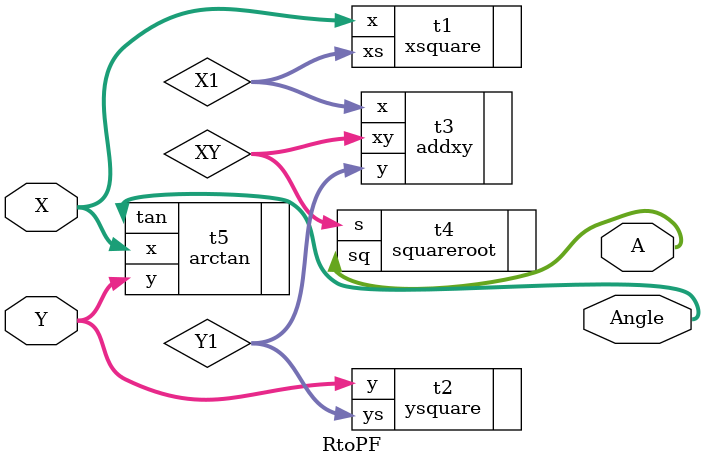
<source format=v>
`timescale 1ns / 1ps

module RtoPF(input [3:0] X,Y, output [7:0] A,Angle);

//wires to connect modules
wire [7:0] X1,Y1;
wire [15:0] XY;

//modules instantiations
xsquare t1 (.x(X),.xs(X1));
ysquare t2 (.y(Y),.ys(Y1));
addxy t3 (.x(X1),.y(Y1),.xy(XY));
squareroot t4(.s(XY),.sq(A));
arctan t5 (.x(X),.y(Y),.tan(Angle));

endmodule

</source>
